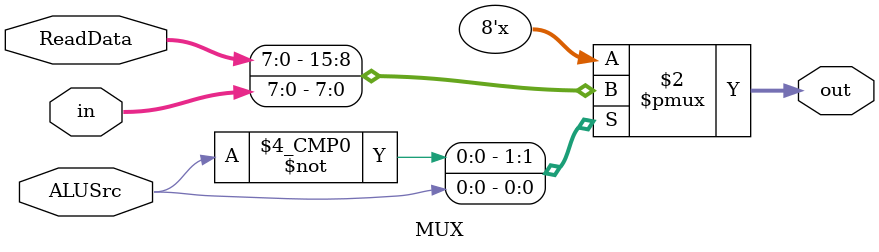
<source format=v>
`timescale 1ns / 1ps

module MUX(input [8:0] ReadData,
		   input [7:0] in,
		   input ALUSrc,
		   output reg [7:0] out);

	always @ (ALUSrc, ReadData, in) begin
		case (ALUSrc)
			1'b0: begin
				out = ReadData[7:0];
			end

			1'b1: begin
				out = in;
			end
		endcase
		end
endmodule


</source>
